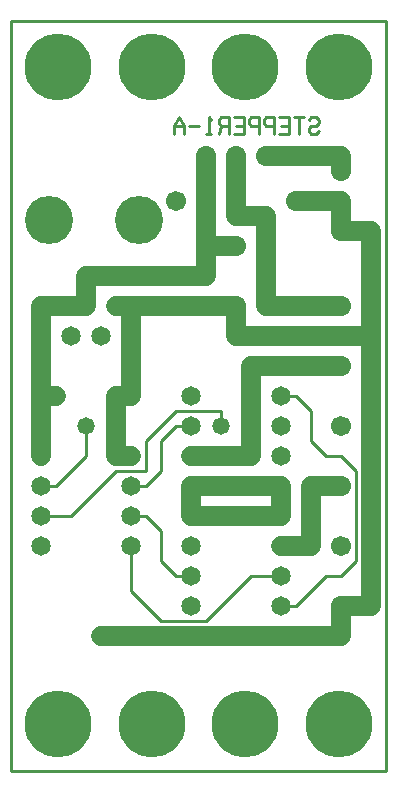
<source format=gbl>
%MOIN*%
%FSLAX25Y25*%
G04 D10 used for Character Trace; *
G04     Circle (OD=.01000) (No hole)*
G04 D11 used for Power Trace; *
G04     Circle (OD=.06700) (No hole)*
G04 D12 used for Signal Trace; *
G04     Circle (OD=.01100) (No hole)*
G04 D13 used for Via; *
G04     Circle (OD=.05800) (Round. Hole ID=.02800)*
G04 D14 used for Component hole; *
G04     Circle (OD=.06500) (Round. Hole ID=.03500)*
G04 D15 used for Component hole; *
G04     Circle (OD=.06700) (Round. Hole ID=.04300)*
G04 D16 used for Component hole; *
G04     Circle (OD=.08100) (Round. Hole ID=.05100)*
G04 D17 used for Component hole; *
G04     Circle (OD=.08900) (Round. Hole ID=.05900)*
G04 D18 used for Component hole; *
G04     Circle (OD=.11300) (Round. Hole ID=.08300)*
G04 D19 used for Component hole; *
G04     Circle (OD=.16000) (Round. Hole ID=.13000)*
G04 D20 used for Component hole; *
G04     Circle (OD=.18300) (Round. Hole ID=.15300)*
G04 D21 used for Component hole; *
G04     Circle (OD=.22291) (Round. Hole ID=.19291)*
%ADD10C,.01000*%
%ADD11C,.06700*%
%ADD12C,.01100*%
%ADD13C,.05800*%
%ADD14C,.06500*%
%ADD15C,.06700*%
%ADD16C,.08100*%
%ADD17C,.08900*%
%ADD18C,.11300*%
%ADD19C,.16000*%
%ADD20C,.18300*%
%ADD21C,.22291*%
%IPPOS*%
%LPD*%
G90*X0Y0D02*D21*X15625Y15625D03*D13*              
X30000Y45000D03*D11*X80000D01*D13*D03*D11*        
X110000D01*Y55000D01*D15*D03*D11*X120000D01*      
Y145000D01*X75000D01*Y155000D01*D15*D03*D11*      
X40000D01*Y125000D01*X35000D01*D14*D03*D11*       
Y105000D01*X40000D01*D14*D03*D12*X35000Y100000D02*
X45000D01*X20000Y85000D02*X35000Y100000D01*       
X10000Y85000D02*X20000D01*D14*X10000D03*D12*      
Y95000D02*X15000D01*D14*X10000D03*D12*X15000D02*  
X25000Y105000D01*Y115000D01*D13*D03*D14*          
X15000Y125000D03*D11*X10000D01*Y105000D01*D14*D03*
D11*Y125000D02*Y155000D01*X25000D01*D14*D03*D11*  
Y165000D01*X65000D01*Y175000D01*X75000D01*D15*D03*
D11*X85000Y155000D02*Y185000D01*D13*Y155000D03*   
D11*X110000D01*D15*D03*D11*X120000Y145000D02*     
Y180000D01*X110000D01*D15*D03*D11*Y190000D01*     
X95000D01*D15*D03*D11*X75000Y185000D02*X85000D01* 
X75000D02*Y205000D01*D15*D03*X85000D03*D11*       
X110000D01*Y200000D01*D15*D03*D21*                
X109375Y234375D03*X78125D03*D15*X65000Y205000D03* 
D11*Y175000D01*D15*X55000Y190000D03*D19*          
X42500Y183500D03*D11*X35000Y155000D02*X40000D01*  
D14*X35000D03*X30000Y145000D03*X20000D03*D19*     
X12500Y183500D03*D14*X60000Y125000D03*D12*        
X70000Y115000D02*Y120000D01*D13*Y115000D03*D12*   
X55000Y120000D02*X70000D01*X45000Y110000D02*      
X55000Y120000D01*X45000Y100000D02*Y110000D01*D14* 
X40000Y95000D03*D12*X45000D01*X50000Y100000D01*   
Y110000D01*X55000Y115000D01*X60000D01*D14*D03*    
Y105000D03*D11*X80000D01*Y135000D01*X110000D01*   
D15*D03*D12*X100000Y110000D02*Y120000D01*         
X105000Y105000D02*X100000Y110000D01*              
X105000Y105000D02*X110000D01*X115000Y100000D01*   
Y70000D01*X110000Y65000D01*X105000D01*            
X95000Y55000D01*X90000D01*D14*D03*D12*            
X65000Y50000D02*X80000Y65000D01*X50000Y50000D02*  
X65000D01*X50000D02*X40000Y60000D01*Y75000D01*D14*
D03*D12*X55000Y65000D02*X50000Y70000D01*          
X55000Y65000D02*X60000D01*D14*D03*D12*            
X50000Y70000D02*Y80000D01*X45000Y85000D01*        
X40000D01*D14*D03*X60000Y75000D03*Y85000D03*D11*  
X90000D01*D14*D03*D11*Y95000D01*D14*D03*D11*      
X60000D01*D14*D03*D11*Y85000D01*D12*              
X80000Y65000D02*X90000D01*D14*D03*D11*Y75000D02*  
X100000D01*D14*X90000D03*D11*X100000D02*Y95000D01*
X110000D01*D15*D03*D14*X90000Y115000D03*          
Y105000D03*D15*X110000Y115000D03*Y75000D03*D12*   
X100000Y120000D02*X95000Y125000D01*X90000D01*D14* 
D03*X60000Y55000D03*X10000Y75000D03*D10*          
X99163Y216914D02*X100000Y217871D01*X101674D01*    
X102511Y216914D01*Y215957D01*X101674Y215000D01*   
X100000D01*X99163Y214043D01*Y213086D01*           
X100000Y212129D01*X101674D01*X102511Y213086D01*   
X95837Y212129D02*Y217871D01*X97511D02*X94163D01*  
X89163Y212129D02*X92511D01*Y217871D01*X89163D01*  
X92511Y215000D02*X90000D01*X87511Y212129D02*      
Y217871D01*X85000D01*X84163Y216914D01*Y215957D01* 
X85000Y215000D01*X87511D01*X82511Y212129D02*      
Y217871D01*X80000D01*X79163Y216914D01*Y215957D01* 
X80000Y215000D01*X82511D01*X74163Y212129D02*      
X77511D01*Y217871D01*X74163D01*X77511Y215000D02*  
X75000D01*X72511Y212129D02*Y217871D01*X70000D01*  
X69163Y216914D01*Y215957D01*X70000Y215000D01*     
X72511D01*X70000D02*X69163Y212129D01*             
X66674Y216914D02*X65837Y217871D01*Y212129D01*     
X66674D02*X65000D01*X62511Y215000D02*X59163D01*   
X57511Y212129D02*Y215000D01*X55837Y217871D01*     
X54163Y215000D01*Y212129D01*X57511Y215000D02*     
X54163D01*D21*X46875Y15625D03*X78125D03*          
X109375D03*X46875Y234375D03*X15625D03*D12*X0Y0D02*
X125000D01*Y250000D01*X0D01*Y0D01*M02*            

</source>
